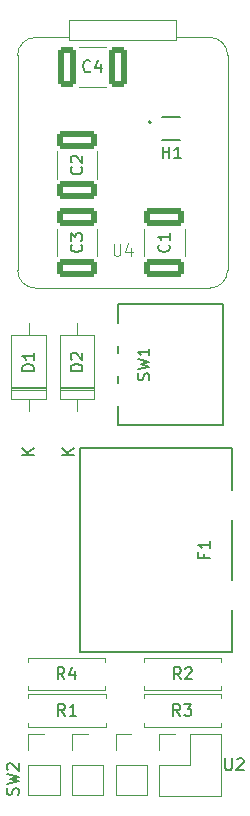
<source format=gto>
%TF.GenerationSoftware,KiCad,Pcbnew,7.0.10*%
%TF.CreationDate,2024-06-11T23:21:08-07:00*%
%TF.ProjectId,NB002,4e423030-322e-46b6-9963-61645f706362,rev?*%
%TF.SameCoordinates,Original*%
%TF.FileFunction,Legend,Top*%
%TF.FilePolarity,Positive*%
%FSLAX46Y46*%
G04 Gerber Fmt 4.6, Leading zero omitted, Abs format (unit mm)*
G04 Created by KiCad (PCBNEW 7.0.10) date 2024-06-11 23:21:08*
%MOMM*%
%LPD*%
G01*
G04 APERTURE LIST*
G04 Aperture macros list*
%AMRoundRect*
0 Rectangle with rounded corners*
0 $1 Rounding radius*
0 $2 $3 $4 $5 $6 $7 $8 $9 X,Y pos of 4 corners*
0 Add a 4 corners polygon primitive as box body*
4,1,4,$2,$3,$4,$5,$6,$7,$8,$9,$2,$3,0*
0 Add four circle primitives for the rounded corners*
1,1,$1+$1,$2,$3*
1,1,$1+$1,$4,$5*
1,1,$1+$1,$6,$7*
1,1,$1+$1,$8,$9*
0 Add four rect primitives between the rounded corners*
20,1,$1+$1,$2,$3,$4,$5,0*
20,1,$1+$1,$4,$5,$6,$7,0*
20,1,$1+$1,$6,$7,$8,$9,0*
20,1,$1+$1,$8,$9,$2,$3,0*%
G04 Aperture macros list end*
%ADD10C,0.150000*%
%ADD11C,0.100000*%
%ADD12C,0.120000*%
%ADD13C,0.152400*%
%ADD14C,0.127000*%
%ADD15R,2.200000X2.200000*%
%ADD16O,2.200000X2.200000*%
%ADD17R,1.700000X1.700000*%
%ADD18O,1.700000X1.700000*%
%ADD19R,0.812800X0.228600*%
%ADD20RoundRect,0.250000X1.450000X-0.537500X1.450000X0.537500X-1.450000X0.537500X-1.450000X-0.537500X0*%
%ADD21C,1.320800*%
%ADD22C,1.600000*%
%ADD23O,1.600000X1.600000*%
%ADD24RoundRect,0.250000X-0.537500X-1.450000X0.537500X-1.450000X0.537500X1.450000X-0.537500X1.450000X0*%
%ADD25C,2.082800*%
%ADD26C,2.109000*%
%ADD27C,1.524000*%
G04 APERTURE END LIST*
D10*
X118054819Y-103138094D02*
X117054819Y-103138094D01*
X117054819Y-103138094D02*
X117054819Y-102899999D01*
X117054819Y-102899999D02*
X117102438Y-102757142D01*
X117102438Y-102757142D02*
X117197676Y-102661904D01*
X117197676Y-102661904D02*
X117292914Y-102614285D01*
X117292914Y-102614285D02*
X117483390Y-102566666D01*
X117483390Y-102566666D02*
X117626247Y-102566666D01*
X117626247Y-102566666D02*
X117816723Y-102614285D01*
X117816723Y-102614285D02*
X117911961Y-102661904D01*
X117911961Y-102661904D02*
X118007200Y-102757142D01*
X118007200Y-102757142D02*
X118054819Y-102899999D01*
X118054819Y-102899999D02*
X118054819Y-103138094D01*
X118054819Y-101614285D02*
X118054819Y-102185713D01*
X118054819Y-101899999D02*
X117054819Y-101899999D01*
X117054819Y-101899999D02*
X117197676Y-101995237D01*
X117197676Y-101995237D02*
X117292914Y-102090475D01*
X117292914Y-102090475D02*
X117340533Y-102185713D01*
X118054819Y-110261904D02*
X117054819Y-110261904D01*
X118054819Y-109690476D02*
X117483390Y-110119047D01*
X117054819Y-109690476D02*
X117626247Y-110261904D01*
X116707200Y-139033332D02*
X116754819Y-138890475D01*
X116754819Y-138890475D02*
X116754819Y-138652380D01*
X116754819Y-138652380D02*
X116707200Y-138557142D01*
X116707200Y-138557142D02*
X116659580Y-138509523D01*
X116659580Y-138509523D02*
X116564342Y-138461904D01*
X116564342Y-138461904D02*
X116469104Y-138461904D01*
X116469104Y-138461904D02*
X116373866Y-138509523D01*
X116373866Y-138509523D02*
X116326247Y-138557142D01*
X116326247Y-138557142D02*
X116278628Y-138652380D01*
X116278628Y-138652380D02*
X116231009Y-138842856D01*
X116231009Y-138842856D02*
X116183390Y-138938094D01*
X116183390Y-138938094D02*
X116135771Y-138985713D01*
X116135771Y-138985713D02*
X116040533Y-139033332D01*
X116040533Y-139033332D02*
X115945295Y-139033332D01*
X115945295Y-139033332D02*
X115850057Y-138985713D01*
X115850057Y-138985713D02*
X115802438Y-138938094D01*
X115802438Y-138938094D02*
X115754819Y-138842856D01*
X115754819Y-138842856D02*
X115754819Y-138604761D01*
X115754819Y-138604761D02*
X115802438Y-138461904D01*
X115754819Y-138128570D02*
X116754819Y-137890475D01*
X116754819Y-137890475D02*
X116040533Y-137699999D01*
X116040533Y-137699999D02*
X116754819Y-137509523D01*
X116754819Y-137509523D02*
X115754819Y-137271428D01*
X115850057Y-136938094D02*
X115802438Y-136890475D01*
X115802438Y-136890475D02*
X115754819Y-136795237D01*
X115754819Y-136795237D02*
X115754819Y-136557142D01*
X115754819Y-136557142D02*
X115802438Y-136461904D01*
X115802438Y-136461904D02*
X115850057Y-136414285D01*
X115850057Y-136414285D02*
X115945295Y-136366666D01*
X115945295Y-136366666D02*
X116040533Y-136366666D01*
X116040533Y-136366666D02*
X116183390Y-136414285D01*
X116183390Y-136414285D02*
X116754819Y-136985713D01*
X116754819Y-136985713D02*
X116754819Y-136366666D01*
X128938095Y-85154819D02*
X128938095Y-84154819D01*
X128938095Y-84631009D02*
X129509523Y-84631009D01*
X129509523Y-85154819D02*
X129509523Y-84154819D01*
X130509523Y-85154819D02*
X129938095Y-85154819D01*
X130223809Y-85154819D02*
X130223809Y-84154819D01*
X130223809Y-84154819D02*
X130128571Y-84297676D01*
X130128571Y-84297676D02*
X130033333Y-84392914D01*
X130033333Y-84392914D02*
X129938095Y-84440533D01*
X122059580Y-85866666D02*
X122107200Y-85914285D01*
X122107200Y-85914285D02*
X122154819Y-86057142D01*
X122154819Y-86057142D02*
X122154819Y-86152380D01*
X122154819Y-86152380D02*
X122107200Y-86295237D01*
X122107200Y-86295237D02*
X122011961Y-86390475D01*
X122011961Y-86390475D02*
X121916723Y-86438094D01*
X121916723Y-86438094D02*
X121726247Y-86485713D01*
X121726247Y-86485713D02*
X121583390Y-86485713D01*
X121583390Y-86485713D02*
X121392914Y-86438094D01*
X121392914Y-86438094D02*
X121297676Y-86390475D01*
X121297676Y-86390475D02*
X121202438Y-86295237D01*
X121202438Y-86295237D02*
X121154819Y-86152380D01*
X121154819Y-86152380D02*
X121154819Y-86057142D01*
X121154819Y-86057142D02*
X121202438Y-85914285D01*
X121202438Y-85914285D02*
X121250057Y-85866666D01*
X121250057Y-85485713D02*
X121202438Y-85438094D01*
X121202438Y-85438094D02*
X121154819Y-85342856D01*
X121154819Y-85342856D02*
X121154819Y-85104761D01*
X121154819Y-85104761D02*
X121202438Y-85009523D01*
X121202438Y-85009523D02*
X121250057Y-84961904D01*
X121250057Y-84961904D02*
X121345295Y-84914285D01*
X121345295Y-84914285D02*
X121440533Y-84914285D01*
X121440533Y-84914285D02*
X121583390Y-84961904D01*
X121583390Y-84961904D02*
X122154819Y-85533332D01*
X122154819Y-85533332D02*
X122154819Y-84914285D01*
X129459580Y-92466666D02*
X129507200Y-92514285D01*
X129507200Y-92514285D02*
X129554819Y-92657142D01*
X129554819Y-92657142D02*
X129554819Y-92752380D01*
X129554819Y-92752380D02*
X129507200Y-92895237D01*
X129507200Y-92895237D02*
X129411961Y-92990475D01*
X129411961Y-92990475D02*
X129316723Y-93038094D01*
X129316723Y-93038094D02*
X129126247Y-93085713D01*
X129126247Y-93085713D02*
X128983390Y-93085713D01*
X128983390Y-93085713D02*
X128792914Y-93038094D01*
X128792914Y-93038094D02*
X128697676Y-92990475D01*
X128697676Y-92990475D02*
X128602438Y-92895237D01*
X128602438Y-92895237D02*
X128554819Y-92752380D01*
X128554819Y-92752380D02*
X128554819Y-92657142D01*
X128554819Y-92657142D02*
X128602438Y-92514285D01*
X128602438Y-92514285D02*
X128650057Y-92466666D01*
X129554819Y-91514285D02*
X129554819Y-92085713D01*
X129554819Y-91799999D02*
X128554819Y-91799999D01*
X128554819Y-91799999D02*
X128697676Y-91895237D01*
X128697676Y-91895237D02*
X128792914Y-91990475D01*
X128792914Y-91990475D02*
X128840533Y-92085713D01*
X127772100Y-103933332D02*
X127819719Y-103790475D01*
X127819719Y-103790475D02*
X127819719Y-103552380D01*
X127819719Y-103552380D02*
X127772100Y-103457142D01*
X127772100Y-103457142D02*
X127724480Y-103409523D01*
X127724480Y-103409523D02*
X127629242Y-103361904D01*
X127629242Y-103361904D02*
X127534004Y-103361904D01*
X127534004Y-103361904D02*
X127438766Y-103409523D01*
X127438766Y-103409523D02*
X127391147Y-103457142D01*
X127391147Y-103457142D02*
X127343528Y-103552380D01*
X127343528Y-103552380D02*
X127295909Y-103742856D01*
X127295909Y-103742856D02*
X127248290Y-103838094D01*
X127248290Y-103838094D02*
X127200671Y-103885713D01*
X127200671Y-103885713D02*
X127105433Y-103933332D01*
X127105433Y-103933332D02*
X127010195Y-103933332D01*
X127010195Y-103933332D02*
X126914957Y-103885713D01*
X126914957Y-103885713D02*
X126867338Y-103838094D01*
X126867338Y-103838094D02*
X126819719Y-103742856D01*
X126819719Y-103742856D02*
X126819719Y-103504761D01*
X126819719Y-103504761D02*
X126867338Y-103361904D01*
X126819719Y-103028570D02*
X127819719Y-102790475D01*
X127819719Y-102790475D02*
X127105433Y-102599999D01*
X127105433Y-102599999D02*
X127819719Y-102409523D01*
X127819719Y-102409523D02*
X126819719Y-102171428D01*
X127819719Y-101266666D02*
X127819719Y-101838094D01*
X127819719Y-101552380D02*
X126819719Y-101552380D01*
X126819719Y-101552380D02*
X126962576Y-101647618D01*
X126962576Y-101647618D02*
X127057814Y-101742856D01*
X127057814Y-101742856D02*
X127105433Y-101838094D01*
X134238095Y-135954819D02*
X134238095Y-136764342D01*
X134238095Y-136764342D02*
X134285714Y-136859580D01*
X134285714Y-136859580D02*
X134333333Y-136907200D01*
X134333333Y-136907200D02*
X134428571Y-136954819D01*
X134428571Y-136954819D02*
X134619047Y-136954819D01*
X134619047Y-136954819D02*
X134714285Y-136907200D01*
X134714285Y-136907200D02*
X134761904Y-136859580D01*
X134761904Y-136859580D02*
X134809523Y-136764342D01*
X134809523Y-136764342D02*
X134809523Y-135954819D01*
X135238095Y-136050057D02*
X135285714Y-136002438D01*
X135285714Y-136002438D02*
X135380952Y-135954819D01*
X135380952Y-135954819D02*
X135619047Y-135954819D01*
X135619047Y-135954819D02*
X135714285Y-136002438D01*
X135714285Y-136002438D02*
X135761904Y-136050057D01*
X135761904Y-136050057D02*
X135809523Y-136145295D01*
X135809523Y-136145295D02*
X135809523Y-136240533D01*
X135809523Y-136240533D02*
X135761904Y-136383390D01*
X135761904Y-136383390D02*
X135190476Y-136954819D01*
X135190476Y-136954819D02*
X135809523Y-136954819D01*
X120633333Y-129254819D02*
X120300000Y-128778628D01*
X120061905Y-129254819D02*
X120061905Y-128254819D01*
X120061905Y-128254819D02*
X120442857Y-128254819D01*
X120442857Y-128254819D02*
X120538095Y-128302438D01*
X120538095Y-128302438D02*
X120585714Y-128350057D01*
X120585714Y-128350057D02*
X120633333Y-128445295D01*
X120633333Y-128445295D02*
X120633333Y-128588152D01*
X120633333Y-128588152D02*
X120585714Y-128683390D01*
X120585714Y-128683390D02*
X120538095Y-128731009D01*
X120538095Y-128731009D02*
X120442857Y-128778628D01*
X120442857Y-128778628D02*
X120061905Y-128778628D01*
X121490476Y-128588152D02*
X121490476Y-129254819D01*
X121252381Y-128207200D02*
X121014286Y-128921485D01*
X121014286Y-128921485D02*
X121633333Y-128921485D01*
X122833333Y-77759580D02*
X122785714Y-77807200D01*
X122785714Y-77807200D02*
X122642857Y-77854819D01*
X122642857Y-77854819D02*
X122547619Y-77854819D01*
X122547619Y-77854819D02*
X122404762Y-77807200D01*
X122404762Y-77807200D02*
X122309524Y-77711961D01*
X122309524Y-77711961D02*
X122261905Y-77616723D01*
X122261905Y-77616723D02*
X122214286Y-77426247D01*
X122214286Y-77426247D02*
X122214286Y-77283390D01*
X122214286Y-77283390D02*
X122261905Y-77092914D01*
X122261905Y-77092914D02*
X122309524Y-76997676D01*
X122309524Y-76997676D02*
X122404762Y-76902438D01*
X122404762Y-76902438D02*
X122547619Y-76854819D01*
X122547619Y-76854819D02*
X122642857Y-76854819D01*
X122642857Y-76854819D02*
X122785714Y-76902438D01*
X122785714Y-76902438D02*
X122833333Y-76950057D01*
X123690476Y-77188152D02*
X123690476Y-77854819D01*
X123452381Y-76807200D02*
X123214286Y-77521485D01*
X123214286Y-77521485D02*
X123833333Y-77521485D01*
X132431009Y-118633333D02*
X132431009Y-118966666D01*
X132954819Y-118966666D02*
X131954819Y-118966666D01*
X131954819Y-118966666D02*
X131954819Y-118490476D01*
X132954819Y-117585714D02*
X132954819Y-118157142D01*
X132954819Y-117871428D02*
X131954819Y-117871428D01*
X131954819Y-117871428D02*
X132097676Y-117966666D01*
X132097676Y-117966666D02*
X132192914Y-118061904D01*
X132192914Y-118061904D02*
X132240533Y-118157142D01*
X130478433Y-129254819D02*
X130145100Y-128778628D01*
X129907005Y-129254819D02*
X129907005Y-128254819D01*
X129907005Y-128254819D02*
X130287957Y-128254819D01*
X130287957Y-128254819D02*
X130383195Y-128302438D01*
X130383195Y-128302438D02*
X130430814Y-128350057D01*
X130430814Y-128350057D02*
X130478433Y-128445295D01*
X130478433Y-128445295D02*
X130478433Y-128588152D01*
X130478433Y-128588152D02*
X130430814Y-128683390D01*
X130430814Y-128683390D02*
X130383195Y-128731009D01*
X130383195Y-128731009D02*
X130287957Y-128778628D01*
X130287957Y-128778628D02*
X129907005Y-128778628D01*
X130859386Y-128350057D02*
X130907005Y-128302438D01*
X130907005Y-128302438D02*
X131002243Y-128254819D01*
X131002243Y-128254819D02*
X131240338Y-128254819D01*
X131240338Y-128254819D02*
X131335576Y-128302438D01*
X131335576Y-128302438D02*
X131383195Y-128350057D01*
X131383195Y-128350057D02*
X131430814Y-128445295D01*
X131430814Y-128445295D02*
X131430814Y-128540533D01*
X131430814Y-128540533D02*
X131383195Y-128683390D01*
X131383195Y-128683390D02*
X130811767Y-129254819D01*
X130811767Y-129254819D02*
X131430814Y-129254819D01*
X122154819Y-103138094D02*
X121154819Y-103138094D01*
X121154819Y-103138094D02*
X121154819Y-102899999D01*
X121154819Y-102899999D02*
X121202438Y-102757142D01*
X121202438Y-102757142D02*
X121297676Y-102661904D01*
X121297676Y-102661904D02*
X121392914Y-102614285D01*
X121392914Y-102614285D02*
X121583390Y-102566666D01*
X121583390Y-102566666D02*
X121726247Y-102566666D01*
X121726247Y-102566666D02*
X121916723Y-102614285D01*
X121916723Y-102614285D02*
X122011961Y-102661904D01*
X122011961Y-102661904D02*
X122107200Y-102757142D01*
X122107200Y-102757142D02*
X122154819Y-102899999D01*
X122154819Y-102899999D02*
X122154819Y-103138094D01*
X121250057Y-102185713D02*
X121202438Y-102138094D01*
X121202438Y-102138094D02*
X121154819Y-102042856D01*
X121154819Y-102042856D02*
X121154819Y-101804761D01*
X121154819Y-101804761D02*
X121202438Y-101709523D01*
X121202438Y-101709523D02*
X121250057Y-101661904D01*
X121250057Y-101661904D02*
X121345295Y-101614285D01*
X121345295Y-101614285D02*
X121440533Y-101614285D01*
X121440533Y-101614285D02*
X121583390Y-101661904D01*
X121583390Y-101661904D02*
X122154819Y-102233332D01*
X122154819Y-102233332D02*
X122154819Y-101614285D01*
X121454819Y-110261904D02*
X120454819Y-110261904D01*
X121454819Y-109690476D02*
X120883390Y-110119047D01*
X120454819Y-109690476D02*
X121026247Y-110261904D01*
X120678433Y-132354819D02*
X120345100Y-131878628D01*
X120107005Y-132354819D02*
X120107005Y-131354819D01*
X120107005Y-131354819D02*
X120487957Y-131354819D01*
X120487957Y-131354819D02*
X120583195Y-131402438D01*
X120583195Y-131402438D02*
X120630814Y-131450057D01*
X120630814Y-131450057D02*
X120678433Y-131545295D01*
X120678433Y-131545295D02*
X120678433Y-131688152D01*
X120678433Y-131688152D02*
X120630814Y-131783390D01*
X120630814Y-131783390D02*
X120583195Y-131831009D01*
X120583195Y-131831009D02*
X120487957Y-131878628D01*
X120487957Y-131878628D02*
X120107005Y-131878628D01*
X121630814Y-132354819D02*
X121059386Y-132354819D01*
X121345100Y-132354819D02*
X121345100Y-131354819D01*
X121345100Y-131354819D02*
X121249862Y-131497676D01*
X121249862Y-131497676D02*
X121154624Y-131592914D01*
X121154624Y-131592914D02*
X121059386Y-131640533D01*
D11*
X124795595Y-92407819D02*
X124795595Y-93217342D01*
X124795595Y-93217342D02*
X124843214Y-93312580D01*
X124843214Y-93312580D02*
X124890833Y-93360200D01*
X124890833Y-93360200D02*
X124986071Y-93407819D01*
X124986071Y-93407819D02*
X125176547Y-93407819D01*
X125176547Y-93407819D02*
X125271785Y-93360200D01*
X125271785Y-93360200D02*
X125319404Y-93312580D01*
X125319404Y-93312580D02*
X125367023Y-93217342D01*
X125367023Y-93217342D02*
X125367023Y-92407819D01*
X126271785Y-92741152D02*
X126271785Y-93407819D01*
X126033690Y-92360200D02*
X125795595Y-93074485D01*
X125795595Y-93074485D02*
X126414642Y-93074485D01*
D10*
X130433333Y-132354819D02*
X130100000Y-131878628D01*
X129861905Y-132354819D02*
X129861905Y-131354819D01*
X129861905Y-131354819D02*
X130242857Y-131354819D01*
X130242857Y-131354819D02*
X130338095Y-131402438D01*
X130338095Y-131402438D02*
X130385714Y-131450057D01*
X130385714Y-131450057D02*
X130433333Y-131545295D01*
X130433333Y-131545295D02*
X130433333Y-131688152D01*
X130433333Y-131688152D02*
X130385714Y-131783390D01*
X130385714Y-131783390D02*
X130338095Y-131831009D01*
X130338095Y-131831009D02*
X130242857Y-131878628D01*
X130242857Y-131878628D02*
X129861905Y-131878628D01*
X130766667Y-131354819D02*
X131385714Y-131354819D01*
X131385714Y-131354819D02*
X131052381Y-131735771D01*
X131052381Y-131735771D02*
X131195238Y-131735771D01*
X131195238Y-131735771D02*
X131290476Y-131783390D01*
X131290476Y-131783390D02*
X131338095Y-131831009D01*
X131338095Y-131831009D02*
X131385714Y-131926247D01*
X131385714Y-131926247D02*
X131385714Y-132164342D01*
X131385714Y-132164342D02*
X131338095Y-132259580D01*
X131338095Y-132259580D02*
X131290476Y-132307200D01*
X131290476Y-132307200D02*
X131195238Y-132354819D01*
X131195238Y-132354819D02*
X130909524Y-132354819D01*
X130909524Y-132354819D02*
X130814286Y-132307200D01*
X130814286Y-132307200D02*
X130766667Y-132259580D01*
X122059580Y-92466666D02*
X122107200Y-92514285D01*
X122107200Y-92514285D02*
X122154819Y-92657142D01*
X122154819Y-92657142D02*
X122154819Y-92752380D01*
X122154819Y-92752380D02*
X122107200Y-92895237D01*
X122107200Y-92895237D02*
X122011961Y-92990475D01*
X122011961Y-92990475D02*
X121916723Y-93038094D01*
X121916723Y-93038094D02*
X121726247Y-93085713D01*
X121726247Y-93085713D02*
X121583390Y-93085713D01*
X121583390Y-93085713D02*
X121392914Y-93038094D01*
X121392914Y-93038094D02*
X121297676Y-92990475D01*
X121297676Y-92990475D02*
X121202438Y-92895237D01*
X121202438Y-92895237D02*
X121154819Y-92752380D01*
X121154819Y-92752380D02*
X121154819Y-92657142D01*
X121154819Y-92657142D02*
X121202438Y-92514285D01*
X121202438Y-92514285D02*
X121250057Y-92466666D01*
X121154819Y-92133332D02*
X121154819Y-91514285D01*
X121154819Y-91514285D02*
X121535771Y-91847618D01*
X121535771Y-91847618D02*
X121535771Y-91704761D01*
X121535771Y-91704761D02*
X121583390Y-91609523D01*
X121583390Y-91609523D02*
X121631009Y-91561904D01*
X121631009Y-91561904D02*
X121726247Y-91514285D01*
X121726247Y-91514285D02*
X121964342Y-91514285D01*
X121964342Y-91514285D02*
X122059580Y-91561904D01*
X122059580Y-91561904D02*
X122107200Y-91609523D01*
X122107200Y-91609523D02*
X122154819Y-91704761D01*
X122154819Y-91704761D02*
X122154819Y-91990475D01*
X122154819Y-91990475D02*
X122107200Y-92085713D01*
X122107200Y-92085713D02*
X122059580Y-92133332D01*
D12*
%TO.C,D1*%
X117600000Y-106540000D02*
X117600000Y-105520000D01*
X116130000Y-105520000D02*
X119070000Y-105520000D01*
X119070000Y-105520000D02*
X119070000Y-100080000D01*
X116130000Y-104740000D02*
X119070000Y-104740000D01*
X116130000Y-104620000D02*
X119070000Y-104620000D01*
X116130000Y-104500000D02*
X119070000Y-104500000D01*
X116130000Y-100080000D02*
X116130000Y-105520000D01*
X119070000Y-100080000D02*
X116130000Y-100080000D01*
X117600000Y-99060000D02*
X117600000Y-100080000D01*
%TO.C,SW2*%
X117570000Y-133895000D02*
X118900000Y-133895000D01*
X117570000Y-135225000D02*
X117570000Y-133895000D01*
X117570000Y-136495000D02*
X117570000Y-139095000D01*
X117570000Y-136495000D02*
X120230000Y-136495000D01*
X117570000Y-139095000D02*
X120230000Y-139095000D01*
X120230000Y-136495000D02*
X120230000Y-139095000D01*
D13*
%TO.C,H1*%
X128874400Y-83577901D02*
X130423800Y-83577901D01*
X130423800Y-81622101D02*
X128874400Y-81622101D01*
X127942600Y-82100001D02*
G75*
G03*
X127739400Y-82100001I-101600J0D01*
G01*
X127739400Y-82100001D02*
G75*
G03*
X127942600Y-82100001I101600J0D01*
G01*
D12*
%TO.C,C2*%
X119990000Y-86861252D02*
X119990000Y-84538748D01*
X123410000Y-86861252D02*
X123410000Y-84538748D01*
%TO.C,C1*%
X127390000Y-93461252D02*
X127390000Y-91138748D01*
X130810000Y-93461252D02*
X130810000Y-91138748D01*
D13*
%TO.C,SW1*%
X125197900Y-107730800D02*
X134062500Y-107730800D01*
X134062500Y-107730800D02*
X134062500Y-97469200D01*
X125197900Y-106124986D02*
X125197900Y-107730800D01*
X125197900Y-103584986D02*
X125197900Y-104155014D01*
X125197900Y-101044986D02*
X125197900Y-101615014D01*
X125197900Y-97469200D02*
X125197900Y-99075014D01*
X134062500Y-97469200D02*
X125197900Y-97469200D01*
D12*
%TO.C,U2*%
X128670000Y-133930000D02*
X130000000Y-133930000D01*
X128670000Y-135260000D02*
X128670000Y-133930000D01*
X128670000Y-136530000D02*
X128670000Y-139130000D01*
X128670000Y-136530000D02*
X131270000Y-136530000D01*
X128670000Y-139130000D02*
X133870000Y-139130000D01*
X131270000Y-133930000D02*
X133870000Y-133930000D01*
X131270000Y-136530000D02*
X131270000Y-133930000D01*
X133870000Y-133930000D02*
X133870000Y-139130000D01*
%TO.C,B4*%
X124970000Y-133895000D02*
X126300000Y-133895000D01*
X124970000Y-135225000D02*
X124970000Y-133895000D01*
X124970000Y-136495000D02*
X124970000Y-139095000D01*
X124970000Y-136495000D02*
X127630000Y-136495000D01*
X124970000Y-139095000D02*
X127630000Y-139095000D01*
X127630000Y-136495000D02*
X127630000Y-139095000D01*
%TO.C,R4*%
X117565100Y-127430000D02*
X124105100Y-127430000D01*
X117565100Y-127760000D02*
X117565100Y-127430000D01*
X117565100Y-129840000D02*
X117565100Y-130170000D01*
X117565100Y-130170000D02*
X124105100Y-130170000D01*
X124105100Y-127430000D02*
X124105100Y-127760000D01*
X124105100Y-130170000D02*
X124105100Y-129840000D01*
%TO.C,C4*%
X121838748Y-75690000D02*
X124161252Y-75690000D01*
X121838748Y-79110000D02*
X124161252Y-79110000D01*
D14*
%TO.C,F1*%
X134831200Y-109664000D02*
X121928000Y-109664000D01*
X121928000Y-109664000D02*
X121928000Y-126936000D01*
X134831200Y-113200000D02*
X134831200Y-109664000D01*
X134831200Y-120830000D02*
X134831200Y-115770000D01*
X134831200Y-126936000D02*
X134831200Y-123400000D01*
X121928000Y-126936000D02*
X134831200Y-126936000D01*
D12*
%TO.C,R2*%
X127375100Y-127430000D02*
X133915100Y-127430000D01*
X127375100Y-127760000D02*
X127375100Y-127430000D01*
X127375100Y-129840000D02*
X127375100Y-130170000D01*
X127375100Y-130170000D02*
X133915100Y-130170000D01*
X133915100Y-127430000D02*
X133915100Y-127760000D01*
X133915100Y-130170000D02*
X133915100Y-129840000D01*
%TO.C,M1*%
X121270000Y-133895000D02*
X122600000Y-133895000D01*
X121270000Y-135225000D02*
X121270000Y-133895000D01*
X121270000Y-136495000D02*
X121270000Y-139095000D01*
X121270000Y-136495000D02*
X123930000Y-136495000D01*
X121270000Y-139095000D02*
X123930000Y-139095000D01*
X123930000Y-136495000D02*
X123930000Y-139095000D01*
%TO.C,D2*%
X121700000Y-106540000D02*
X121700000Y-105520000D01*
X120230000Y-105520000D02*
X123170000Y-105520000D01*
X123170000Y-105520000D02*
X123170000Y-100080000D01*
X120230000Y-104740000D02*
X123170000Y-104740000D01*
X120230000Y-104620000D02*
X123170000Y-104620000D01*
X120230000Y-104500000D02*
X123170000Y-104500000D01*
X120230000Y-100080000D02*
X120230000Y-105520000D01*
X123170000Y-100080000D02*
X120230000Y-100080000D01*
X121700000Y-99060000D02*
X121700000Y-100080000D01*
%TO.C,R1*%
X117575100Y-130530000D02*
X124115100Y-130530000D01*
X117575100Y-130860000D02*
X117575100Y-130530000D01*
X117575100Y-132940000D02*
X117575100Y-133270000D01*
X117575100Y-133270000D02*
X124115100Y-133270000D01*
X124115100Y-130530000D02*
X124115100Y-130860000D01*
X124115100Y-133270000D02*
X124115100Y-132940000D01*
D11*
%TO.C,U4*%
X116667500Y-94640400D02*
X116668160Y-76421060D01*
X118168160Y-74921060D02*
X120997500Y-74920400D01*
X132946840Y-96139740D02*
X118167500Y-96140400D01*
X132947500Y-74920400D02*
X130117500Y-74920400D01*
X134447500Y-76420400D02*
X134446840Y-94639740D01*
X121002500Y-73425000D02*
X130112500Y-73425000D01*
X130112500Y-73425000D02*
X130112500Y-75160400D01*
X130112500Y-75160400D02*
X121002500Y-75160400D01*
X121002500Y-75160400D02*
X121002500Y-73425000D01*
X118168160Y-74921060D02*
G75*
G03*
X116668160Y-76421060I1J-1500001D01*
G01*
X116667500Y-94640400D02*
G75*
G03*
X118167500Y-96140400I1500001J1D01*
G01*
X134447500Y-76420400D02*
G75*
G03*
X132947500Y-74920400I-1500000J0D01*
G01*
X132946840Y-96139740D02*
G75*
G03*
X134446840Y-94639740I0J1500000D01*
G01*
D12*
%TO.C,R3*%
X133915100Y-133270000D02*
X127375100Y-133270000D01*
X133915100Y-132940000D02*
X133915100Y-133270000D01*
X133915100Y-130860000D02*
X133915100Y-130530000D01*
X133915100Y-130530000D02*
X127375100Y-130530000D01*
X127375100Y-133270000D02*
X127375100Y-132940000D01*
X127375100Y-130530000D02*
X127375100Y-130860000D01*
%TO.C,C3*%
X119990000Y-93461252D02*
X119990000Y-91138748D01*
X123410000Y-93461252D02*
X123410000Y-91138748D01*
%TD*%
%LPC*%
D15*
%TO.C,D1*%
X117600000Y-107880000D03*
D16*
X117600000Y-97720000D03*
%TD*%
D17*
%TO.C,SW2*%
X118900000Y-135225000D03*
D18*
X118900000Y-137765000D03*
%TD*%
D19*
%TO.C,H1*%
X128798200Y-82100002D03*
X128798200Y-82600001D03*
X128798200Y-83100000D03*
X130500000Y-83100000D03*
X130500000Y-82600001D03*
X130500000Y-82100002D03*
%TD*%
D20*
%TO.C,C2*%
X121700000Y-87837500D03*
X121700000Y-83562500D03*
%TD*%
%TO.C,C1*%
X129100000Y-94437500D03*
X129100000Y-90162500D03*
%TD*%
D21*
%TO.C,SW1*%
X125324900Y-102600000D03*
X125324900Y-100060000D03*
X125324900Y-105140000D03*
%TD*%
D17*
%TO.C,U2*%
X130000000Y-135260000D03*
D18*
X132540000Y-135260000D03*
X130000000Y-137800000D03*
X132540000Y-137800000D03*
%TD*%
D17*
%TO.C,B4*%
X126300000Y-135225000D03*
D18*
X126300000Y-137765000D03*
%TD*%
D22*
%TO.C,R4*%
X117025100Y-128800000D03*
D23*
X124645100Y-128800000D03*
%TD*%
D24*
%TO.C,C4*%
X120862500Y-77400000D03*
X125137500Y-77400000D03*
%TD*%
D25*
%TO.C,F1*%
X126500000Y-118300000D03*
D26*
X134120000Y-114490000D03*
X134120000Y-122110000D03*
%TD*%
D22*
%TO.C,R2*%
X126835100Y-128800000D03*
D23*
X134455100Y-128800000D03*
%TD*%
D17*
%TO.C,M1*%
X122600000Y-135225000D03*
D18*
X122600000Y-137765000D03*
%TD*%
D15*
%TO.C,D2*%
X121700000Y-107880000D03*
D16*
X121700000Y-97720000D03*
%TD*%
D22*
%TO.C,R1*%
X117035100Y-131900000D03*
D23*
X124655100Y-131900000D03*
%TD*%
D27*
%TO.C,U4*%
X117957500Y-77830400D03*
X117957500Y-80370400D03*
X117957500Y-82910400D03*
X117957500Y-85450400D03*
X133257500Y-82910400D03*
X117957500Y-87990400D03*
X117957500Y-90530400D03*
X133257500Y-77830400D03*
X117957500Y-93070400D03*
X133257500Y-93070400D03*
X133257500Y-90530400D03*
X133257500Y-87990400D03*
X133257500Y-85450400D03*
X133257500Y-80370400D03*
%TD*%
D22*
%TO.C,R3*%
X134455100Y-131900000D03*
D23*
X126835100Y-131900000D03*
%TD*%
D20*
%TO.C,C3*%
X121700000Y-94437500D03*
X121700000Y-90162500D03*
%TD*%
%LPD*%
M02*

</source>
